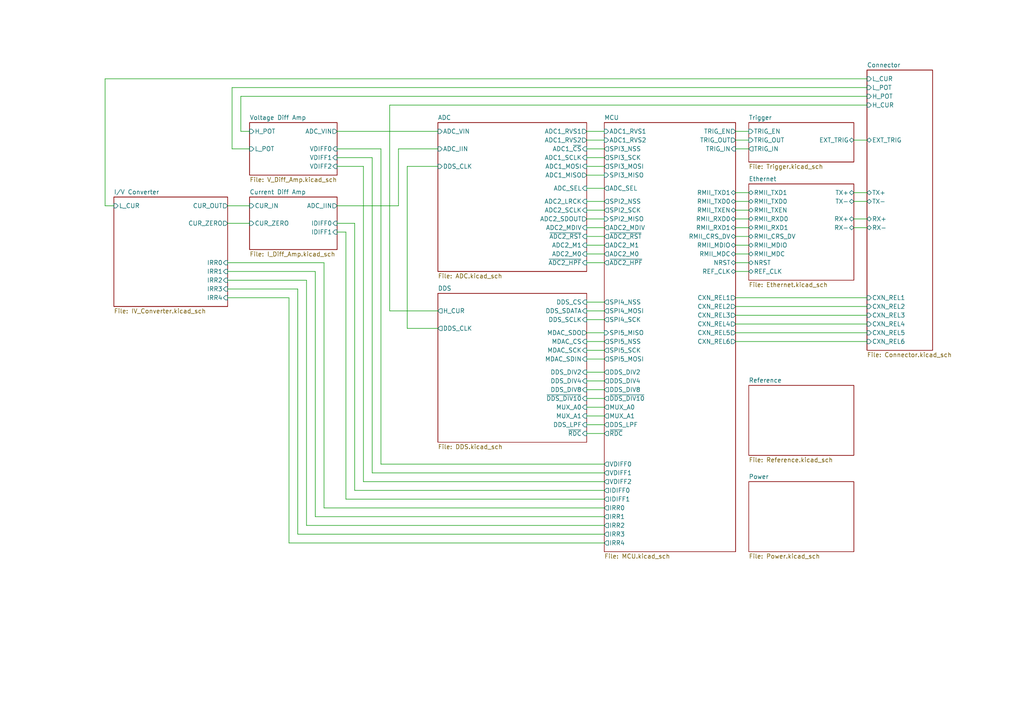
<source format=kicad_sch>
(kicad_sch (version 20211123) (generator eeschema)
  (paper "A4")
  (lib_symbols)
  (wire (pts (xy 66.04 64.77) (xy 72.39 64.77)))
  (wire (pts (xy 100.33 144.78) (xy 175.26 144.78)))
  (wire (pts (xy 213.36 71.12) (xy 217.17 71.12)))
  (wire (pts (xy 66.04 81.28) (xy 88.9 81.28)))
  (wire (pts (xy 175.26 104.14) (xy 170.18 104.14)))
  (wire (pts (xy 170.18 115.57) (xy 175.26 115.57)))
  (wire (pts (xy 217.17 58.42) (xy 213.36 58.42)))
  (wire (pts (xy 91.44 149.86) (xy 175.26 149.86)))
  (wire (pts (xy 102.87 142.24) (xy 175.26 142.24)))
  (wire (pts (xy 175.26 58.42) (xy 170.18 58.42)))
  (wire (pts (xy 170.18 45.72) (xy 175.26 45.72)))
  (wire (pts (xy 97.79 48.26) (xy 105.41 48.26)))
  (wire (pts (xy 251.46 58.42) (xy 247.65 58.42)))
  (wire (pts (xy 88.9 152.4) (xy 175.26 152.4)))
  (wire (pts (xy 115.57 43.18) (xy 127 43.18)))
  (wire (pts (xy 251.46 93.98) (xy 213.36 93.98)))
  (wire (pts (xy 115.57 59.69) (xy 115.57 43.18)))
  (wire (pts (xy 30.48 59.69) (xy 30.48 22.86)))
  (wire (pts (xy 113.03 90.17) (xy 113.03 30.48)))
  (wire (pts (xy 175.26 73.66) (xy 170.18 73.66)))
  (wire (pts (xy 217.17 43.18) (xy 213.36 43.18)))
  (wire (pts (xy 175.26 48.26) (xy 170.18 48.26)))
  (wire (pts (xy 170.18 60.96) (xy 175.26 60.96)))
  (wire (pts (xy 213.36 66.04) (xy 217.17 66.04)))
  (wire (pts (xy 213.36 40.64) (xy 217.17 40.64)))
  (wire (pts (xy 66.04 76.2) (xy 93.98 76.2)))
  (wire (pts (xy 175.26 54.61) (xy 170.18 54.61)))
  (wire (pts (xy 175.26 38.1) (xy 170.18 38.1)))
  (wire (pts (xy 213.36 86.36) (xy 251.46 86.36)))
  (wire (pts (xy 100.33 67.31) (xy 100.33 144.78)))
  (wire (pts (xy 33.02 59.69) (xy 30.48 59.69)))
  (wire (pts (xy 83.82 157.48) (xy 175.26 157.48)))
  (wire (pts (xy 88.9 81.28) (xy 88.9 152.4)))
  (wire (pts (xy 110.49 134.62) (xy 175.26 134.62)))
  (wire (pts (xy 175.26 63.5) (xy 170.18 63.5)))
  (wire (pts (xy 213.36 91.44) (xy 251.46 91.44)))
  (wire (pts (xy 175.26 87.63) (xy 170.18 87.63)))
  (wire (pts (xy 72.39 59.69) (xy 66.04 59.69)))
  (wire (pts (xy 251.46 66.04) (xy 247.65 66.04)))
  (wire (pts (xy 175.26 68.58) (xy 170.18 68.58)))
  (wire (pts (xy 175.26 107.95) (xy 170.18 107.95)))
  (wire (pts (xy 66.04 86.36) (xy 83.82 86.36)))
  (wire (pts (xy 170.18 40.64) (xy 175.26 40.64)))
  (wire (pts (xy 91.44 78.74) (xy 91.44 149.86)))
  (wire (pts (xy 107.95 137.16) (xy 175.26 137.16)))
  (wire (pts (xy 251.46 27.94) (xy 69.85 27.94)))
  (wire (pts (xy 170.18 118.11) (xy 175.26 118.11)))
  (wire (pts (xy 97.79 67.31) (xy 100.33 67.31)))
  (wire (pts (xy 170.18 90.17) (xy 175.26 90.17)))
  (wire (pts (xy 97.79 64.77) (xy 102.87 64.77)))
  (wire (pts (xy 105.41 139.7) (xy 175.26 139.7)))
  (wire (pts (xy 175.26 92.71) (xy 170.18 92.71)))
  (wire (pts (xy 105.41 48.26) (xy 105.41 139.7)))
  (wire (pts (xy 213.36 96.52) (xy 251.46 96.52)))
  (wire (pts (xy 213.36 55.88) (xy 217.17 55.88)))
  (wire (pts (xy 110.49 43.18) (xy 110.49 134.62)))
  (wire (pts (xy 67.31 25.4) (xy 251.46 25.4)))
  (wire (pts (xy 86.36 83.82) (xy 86.36 154.94)))
  (wire (pts (xy 93.98 147.32) (xy 175.26 147.32)))
  (wire (pts (xy 72.39 43.18) (xy 67.31 43.18)))
  (wire (pts (xy 217.17 38.1) (xy 213.36 38.1)))
  (wire (pts (xy 217.17 73.66) (xy 213.36 73.66)))
  (wire (pts (xy 97.79 38.1) (xy 127 38.1)))
  (wire (pts (xy 170.18 66.04) (xy 175.26 66.04)))
  (wire (pts (xy 170.18 96.52) (xy 175.26 96.52)))
  (wire (pts (xy 170.18 101.6) (xy 175.26 101.6)))
  (wire (pts (xy 175.26 123.19) (xy 170.18 123.19)))
  (wire (pts (xy 175.26 43.18) (xy 170.18 43.18)))
  (wire (pts (xy 170.18 120.65) (xy 175.26 120.65)))
  (wire (pts (xy 127 90.17) (xy 113.03 90.17)))
  (wire (pts (xy 30.48 22.86) (xy 251.46 22.86)))
  (wire (pts (xy 213.36 60.96) (xy 217.17 60.96)))
  (wire (pts (xy 97.79 59.69) (xy 115.57 59.69)))
  (wire (pts (xy 175.26 71.12) (xy 170.18 71.12)))
  (wire (pts (xy 247.65 55.88) (xy 251.46 55.88)))
  (wire (pts (xy 113.03 30.48) (xy 251.46 30.48)))
  (wire (pts (xy 175.26 125.73) (xy 170.18 125.73)))
  (wire (pts (xy 251.46 88.9) (xy 213.36 88.9)))
  (wire (pts (xy 170.18 110.49) (xy 175.26 110.49)))
  (wire (pts (xy 247.65 63.5) (xy 251.46 63.5)))
  (wire (pts (xy 251.46 99.06) (xy 213.36 99.06)))
  (wire (pts (xy 69.85 27.94) (xy 69.85 38.1)))
  (wire (pts (xy 127 95.25) (xy 118.11 95.25)))
  (wire (pts (xy 217.17 63.5) (xy 213.36 63.5)))
  (wire (pts (xy 118.11 95.25) (xy 118.11 48.26)))
  (wire (pts (xy 97.79 45.72) (xy 107.95 45.72)))
  (wire (pts (xy 247.65 40.64) (xy 251.46 40.64)))
  (wire (pts (xy 175.26 76.2) (xy 170.18 76.2)))
  (wire (pts (xy 170.18 50.8) (xy 175.26 50.8)))
  (wire (pts (xy 102.87 64.77) (xy 102.87 142.24)))
  (wire (pts (xy 107.95 45.72) (xy 107.95 137.16)))
  (wire (pts (xy 213.36 68.58) (xy 217.17 68.58)))
  (wire (pts (xy 93.98 76.2) (xy 93.98 147.32)))
  (wire (pts (xy 97.79 43.18) (xy 110.49 43.18)))
  (wire (pts (xy 213.36 76.2) (xy 217.17 76.2)))
  (wire (pts (xy 83.82 86.36) (xy 83.82 157.48)))
  (wire (pts (xy 69.85 38.1) (xy 72.39 38.1)))
  (wire (pts (xy 86.36 154.94) (xy 175.26 154.94)))
  (wire (pts (xy 118.11 48.26) (xy 127 48.26)))
  (wire (pts (xy 67.31 43.18) (xy 67.31 25.4)))
  (wire (pts (xy 66.04 78.74) (xy 91.44 78.74)))
  (wire (pts (xy 217.17 78.74) (xy 213.36 78.74)))
  (wire (pts (xy 175.26 113.03) (xy 170.18 113.03)))
  (wire (pts (xy 175.26 99.06) (xy 170.18 99.06)))
  (wire (pts (xy 66.04 83.82) (xy 86.36 83.82)))
  (sheet (at 217.17 139.7) (size 30.48 20.32)
    (property "Sheet name" "Power" (at 217.17 138.9884 0) (effects (justify left bottom)))
    (property "Sheet file" "Power.kicad_sch" (at 217.17 160.6046 0) (effects (justify left top)))
  )
  (sheet (at 175.26 35.56) (size 38.1 124.46)
    (property "Sheet name" "MCU" (at 175.26 34.8484 0) (effects (justify left bottom)))
    (property "Sheet file" "MCU.kicad_sch" (at 175.26 160.6046 0) (effects (justify left top)))
    (pin "RMII_TXD1" bidirectional (at 213.36 55.88 0))
    (pin "RMII_TXD0" bidirectional (at 213.36 58.42 0))
    (pin "RMII_TXEN" bidirectional (at 213.36 60.96 0))
    (pin "RMII_RXD0" bidirectional (at 213.36 63.5 0))
    (pin "RMII_RXD1" bidirectional (at 213.36 66.04 0))
    (pin "RMII_CRS_DV" bidirectional (at 213.36 68.58 0))
    (pin "RMII_MDIO" bidirectional (at 213.36 71.12 0))
    (pin "RMII_MDC" bidirectional (at 213.36 73.66 0))
    (pin "REF_CLK" bidirectional (at 213.36 78.74 0))
    (pin "NRST" bidirectional (at 213.36 76.2 0))
    (pin "TRIG_EN" output (at 213.36 38.1 0))
    (pin "TRIG_OUT" output (at 213.36 40.64 0))
    (pin "TRIG_IN" input (at 213.36 43.18 0))
    (pin "SPI2_NSS" output (at 175.26 58.42 180))
    (pin "SPI2_SCK" output (at 175.26 60.96 180))
    (pin "SPI3_MOSI" output (at 175.26 48.26 180))
    (pin "SPI3_MISO" input (at 175.26 50.8 180))
    (pin "SPI3_SCK" output (at 175.26 45.72 180))
    (pin "SPI3_NSS" output (at 175.26 43.18 180))
    (pin "CXN_REL5" output (at 213.36 96.52 0))
    (pin "CXN_REL4" output (at 213.36 93.98 0))
    (pin "CXN_REL3" output (at 213.36 91.44 0))
    (pin "CXN_REL2" output (at 213.36 88.9 0))
    (pin "CXN_REL1" output (at 213.36 86.36 0))
    (pin "IRR1" output (at 175.26 149.86 180))
    (pin "IRR2" output (at 175.26 152.4 180))
    (pin "IRR3" output (at 175.26 154.94 180))
    (pin "IRR4" output (at 175.26 157.48 180))
    (pin "IRR0" output (at 175.26 147.32 180))
    (pin "VDIFF2" output (at 175.26 139.7 180))
    (pin "VDIFF1" output (at 175.26 137.16 180))
    (pin "VDIFF0" output (at 175.26 134.62 180))
    (pin "IDIFF1" output (at 175.26 144.78 180))
    (pin "IDIFF0" output (at 175.26 142.24 180))
    (pin "ADC1_RVS1" input (at 175.26 38.1 180))
    (pin "ADC1_RVS2" input (at 175.26 40.64 180))
    (pin "DDS_DIV2" output (at 175.26 107.95 180))
    (pin "DDS_DIV4" output (at 175.26 110.49 180))
    (pin "DDS_DIV8" output (at 175.26 113.03 180))
    (pin "~{DDS_DIV10}" output (at 175.26 115.57 180))
    (pin "SPI2_MISO" input (at 175.26 63.5 180))
    (pin "~{ADC2_RST}" output (at 175.26 68.58 180))
    (pin "ADC2_M0" output (at 175.26 73.66 180))
    (pin "ADC2_M1" output (at 175.26 71.12 180))
    (pin "ADC2_MDIV" output (at 175.26 66.04 180))
    (pin "~{ADC2_HPF}" output (at 175.26 76.2 180))
    (pin "SPI4_NSS" output (at 175.26 87.63 180))
    (pin "SPI4_MOSI" output (at 175.26 90.17 180))
    (pin "SPI4_SCK" output (at 175.26 92.71 180))
    (pin "SPI5_MOSI" output (at 175.26 104.14 180))
    (pin "SPI5_MISO" input (at 175.26 96.52 180))
    (pin "SPI5_SCK" output (at 175.26 101.6 180))
    (pin "SPI5_NSS" output (at 175.26 99.06 180))
    (pin "ADC_SEL" output (at 175.26 54.61 180))
    (pin "MUX_A0" output (at 175.26 118.11 180))
    (pin "MUX_A1" output (at 175.26 120.65 180))
    (pin "DDS_LPF" output (at 175.26 123.19 180))
    (pin "~{RDC}" output (at 175.26 125.73 180))
    (pin "CXN_REL6" output (at 213.36 99.06 0))
  )
  (sheet (at 217.17 53.34) (size 30.48 27.94)
    (property "Sheet name" "Ethernet" (at 217.17 52.6284 0) (effects (justify left bottom)))
    (property "Sheet file" "Ethernet.kicad_sch" (at 217.17 81.8646 0) (effects (justify left top)))
    (pin "TX+" bidirectional (at 247.65 55.88 0))
    (pin "TX-" bidirectional (at 247.65 58.42 0))
    (pin "RX+" bidirectional (at 247.65 63.5 0))
    (pin "RX-" bidirectional (at 247.65 66.04 0))
    (pin "RMII_TXD1" bidirectional (at 217.17 55.88 180))
    (pin "RMII_TXD0" bidirectional (at 217.17 58.42 180))
    (pin "RMII_TXEN" bidirectional (at 217.17 60.96 180))
    (pin "RMII_RXD0" bidirectional (at 217.17 63.5 180))
    (pin "RMII_RXD1" bidirectional (at 217.17 66.04 180))
    (pin "RMII_CRS_DV" bidirectional (at 217.17 68.58 180))
    (pin "RMII_MDIO" bidirectional (at 217.17 71.12 180))
    (pin "RMII_MDC" bidirectional (at 217.17 73.66 180))
    (pin "NRST" bidirectional (at 217.17 76.2 180))
    (pin "REF_CLK" bidirectional (at 217.17 78.74 180))
  )
  (sheet (at 217.17 35.56) (size 30.48 11.43)
    (property "Sheet name" "Trigger" (at 217.17 34.8484 0) (effects (justify left bottom)))
    (property "Sheet file" "Trigger.kicad_sch" (at 217.17 47.5746 0) (effects (justify left top)))
    (pin "EXT_TRIG" bidirectional (at 247.65 40.64 0))
    (pin "TRIG_EN" input (at 217.17 38.1 180))
    (pin "TRIG_OUT" input (at 217.17 40.64 180))
    (pin "TRIG_IN" output (at 217.17 43.18 180))
  )
  (sheet (at 251.46 20.32) (size 19.05 81.28)
    (property "Sheet name" "Connector" (at 251.46 19.6084 0) (effects (justify left bottom)))
    (property "Sheet file" "Connector.kicad_sch" (at 251.46 102.1846 0) (effects (justify left top)))
    (pin "TX-" bidirectional (at 251.46 58.42 180))
    (pin "RX-" bidirectional (at 251.46 66.04 180))
    (pin "TX+" bidirectional (at 251.46 55.88 180))
    (pin "RX+" bidirectional (at 251.46 63.5 180))
    (pin "EXT_TRIG" bidirectional (at 251.46 40.64 180))
    (pin "CXN_REL5" input (at 251.46 96.52 180))
    (pin "CXN_REL4" input (at 251.46 93.98 180))
    (pin "CXN_REL3" input (at 251.46 91.44 180))
    (pin "CXN_REL2" input (at 251.46 88.9 180))
    (pin "CXN_REL1" input (at 251.46 86.36 180))
    (pin "H_CUR" input (at 251.46 30.48 180))
    (pin "L_CUR" input (at 251.46 22.86 180))
    (pin "H_POT" input (at 251.46 27.94 180))
    (pin "L_POT" input (at 251.46 25.4 180))
    (pin "CXN_REL6" input (at 251.46 99.06 180))
  )
  (sheet (at 127 35.56) (size 43.18 43.18)
    (property "Sheet name" "ADC" (at 127 34.8484 0) (effects (justify left bottom)))
    (property "Sheet file" "ADC.kicad_sch" (at 127 79.3246 0) (effects (justify left top)))
    (pin "ADC_IIN" input (at 127 43.18 180))
    (pin "ADC_VIN" input (at 127 38.1 180))
    (pin "ADC1_RVS1" output (at 170.18 38.1 0))
    (pin "ADC1_RVS2" output (at 170.18 40.64 0))
    (pin "ADC1_~{CS}" input (at 170.18 43.18 0))
    (pin "ADC1_SCLK" input (at 170.18 45.72 0))
    (pin "ADC1_MOSI" input (at 170.18 48.26 0))
    (pin "ADC1_MISO" output (at 170.18 50.8 0))
    (pin "ADC2_MDIV" input (at 170.18 66.04 0))
    (pin "ADC2_LRCK" input (at 170.18 58.42 0))
    (pin "ADC2_SCLK" input (at 170.18 60.96 0))
    (pin "ADC2_SDOUT" output (at 170.18 63.5 0))
    (pin "DDS_CLK" input (at 127 48.26 180))
    (pin "~{ADC2_RST}" input (at 170.18 68.58 0))
    (pin "ADC2_M0" input (at 170.18 73.66 0))
    (pin "ADC2_M1" input (at 170.18 71.12 0))
    (pin "ADC_SEL" input (at 170.18 54.61 0))
    (pin "~{ADC2_HPF}" input (at 170.18 76.2 0))
  )
  (sheet (at 33.02 57.15) (size 33.02 31.75)
    (property "Sheet name" "I/V Converter" (at 33.02 56.4384 0) (effects (justify left bottom)))
    (property "Sheet file" "IV_Converter.kicad_sch" (at 33.02 89.4846 0) (effects (justify left top)))
    (pin "L_CUR" input (at 33.02 59.69 180))
    (pin "CUR_OUT" output (at 66.04 59.69 0))
    (pin "IRR0" input (at 66.04 76.2 0))
    (pin "IRR1" input (at 66.04 78.74 0))
    (pin "IRR2" input (at 66.04 81.28 0))
    (pin "IRR3" input (at 66.04 83.82 0))
    (pin "IRR4" input (at 66.04 86.36 0))
    (pin "CUR_ZERO" output (at 66.04 64.77 0))
  )
  (sheet (at 72.39 57.15) (size 25.4 15.24)
    (property "Sheet name" "Current Diff Amp" (at 72.39 56.4384 0) (effects (justify left bottom)))
    (property "Sheet file" "I_Diff_Amp.kicad_sch" (at 72.39 72.9746 0) (effects (justify left top)))
    (pin "CUR_IN" input (at 72.39 59.69 180))
    (pin "CUR_ZERO" input (at 72.39 64.77 180))
    (pin "IDIFF1" input (at 97.79 67.31 0))
    (pin "IDIFF0" input (at 97.79 64.77 0))
    (pin "ADC_IIN" output (at 97.79 59.69 0))
  )
  (sheet (at 217.17 111.76) (size 30.48 20.32)
    (property "Sheet name" "Reference" (at 217.17 111.0484 0) (effects (justify left bottom)))
    (property "Sheet file" "Reference.kicad_sch" (at 217.17 132.6646 0) (effects (justify left top)))
  )
  (sheet (at 127 85.09) (size 43.18 43.18)
    (property "Sheet name" "DDS" (at 127 84.3784 0) (effects (justify left bottom)))
    (property "Sheet file" "DDS.kicad_sch" (at 127 128.8546 0) (effects (justify left top)))
    (pin "H_CUR" output (at 127 90.17 180))
    (pin "DDS_SCLK" input (at 170.18 92.71 0))
    (pin "DDS_SDATA" input (at 170.18 90.17 0))
    (pin "DDS_CS" input (at 170.18 87.63 0))
    (pin "MDAC_SDO" output (at 170.18 96.52 0))
    (pin "MDAC_CS" input (at 170.18 99.06 0))
    (pin "MDAC_SCK" input (at 170.18 101.6 0))
    (pin "MDAC_SDIN" input (at 170.18 104.14 0))
    (pin "DDS_DIV2" input (at 170.18 107.95 0))
    (pin "DDS_DIV4" input (at 170.18 110.49 0))
    (pin "DDS_DIV8" input (at 170.18 113.03 0))
    (pin "~{DDS_DIV10}" input (at 170.18 115.57 0))
    (pin "DDS_CLK" output (at 127 95.25 180))
    (pin "MUX_A0" input (at 170.18 118.11 0))
    (pin "MUX_A1" input (at 170.18 120.65 0))
    (pin "DDS_LPF" input (at 170.18 123.19 0))
    (pin "~{RDC}" input (at 170.18 125.73 0))
  )
  (sheet (at 72.39 35.56) (size 25.4 15.24)
    (property "Sheet name" "Voltage Diff Amp" (at 72.39 34.8484 0) (effects (justify left bottom)))
    (property "Sheet file" "V_Diff_Amp.kicad_sch" (at 72.39 51.3846 0) (effects (justify left top)))
    (pin "H_POT" input (at 72.39 38.1 180))
    (pin "VDIFF0" input (at 97.79 43.18 0))
    (pin "VDIFF2" input (at 97.79 48.26 0))
    (pin "VDIFF1" input (at 97.79 45.72 0))
    (pin "ADC_VIN" output (at 97.79 38.1 0))
    (pin "L_POT" input (at 72.39 43.18 180))
  )
)
</source>
